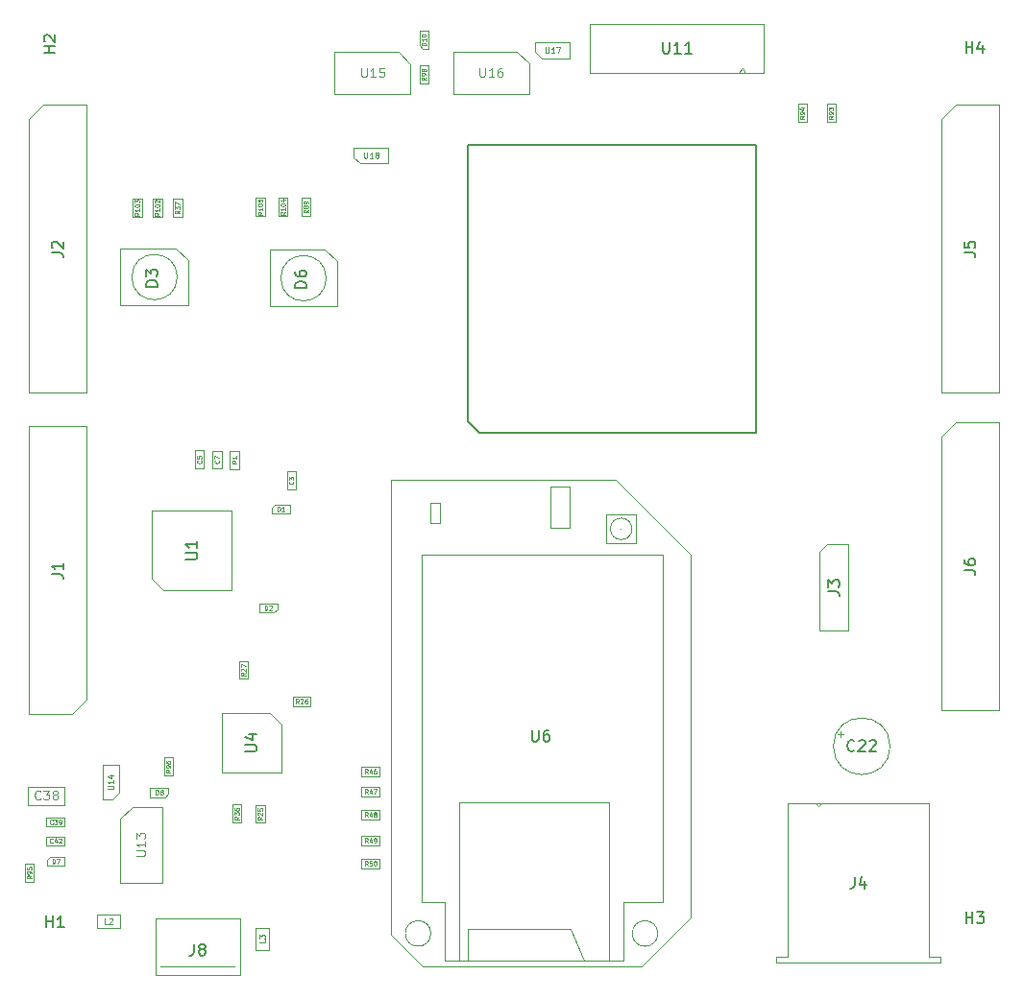
<source format=gbr>
G04 #@! TF.GenerationSoftware,KiCad,Pcbnew,5.1.5-52549c5~86~ubuntu18.04.1*
G04 #@! TF.CreationDate,2020-05-25T12:27:11-05:00*
G04 #@! TF.ProjectId,AICE,41494345-2e6b-4696-9361-645f70636258,rev?*
G04 #@! TF.SameCoordinates,Original*
G04 #@! TF.FileFunction,Other,Fab,Top*
%FSLAX46Y46*%
G04 Gerber Fmt 4.6, Leading zero omitted, Abs format (unit mm)*
G04 Created by KiCad (PCBNEW 5.1.5-52549c5~86~ubuntu18.04.1) date 2020-05-25 12:27:11*
%MOMM*%
%LPD*%
G04 APERTURE LIST*
%ADD10C,0.100000*%
%ADD11C,0.150000*%
%ADD12C,0.075000*%
%ADD13C,0.060000*%
%ADD14C,0.080000*%
%ADD15C,0.120000*%
G04 APERTURE END LIST*
D10*
X106816395Y-127962500D02*
X106816395Y-128462500D01*
X106566395Y-128212500D02*
X107066395Y-128212500D01*
X111200000Y-129300000D02*
G75*
G03X111200000Y-129300000I-2500000J0D01*
G01*
X43210000Y-130930000D02*
X41810000Y-130930000D01*
X41810000Y-133970000D02*
X41810000Y-130930000D01*
X43210000Y-133400000D02*
X42660000Y-133970000D01*
X42660000Y-133970000D02*
X41810000Y-133970000D01*
X43210000Y-133400000D02*
X43210000Y-130950000D01*
X98170000Y-69460000D02*
X97870000Y-69860000D01*
X98470000Y-69860000D02*
X98170000Y-69460000D01*
X100070000Y-69860000D02*
X100070000Y-65560000D01*
X84770000Y-69860000D02*
X84770000Y-65560000D01*
X100070000Y-65560000D02*
X84770000Y-65560000D01*
X100070000Y-69860000D02*
X84770000Y-69860000D01*
X56108000Y-80934000D02*
X56108000Y-82534000D01*
X55308000Y-80934000D02*
X56108000Y-80934000D01*
X55308000Y-82534000D02*
X55308000Y-80934000D01*
X56108000Y-82534000D02*
X55308000Y-82534000D01*
X58098000Y-80919000D02*
X58098000Y-82519000D01*
X57298000Y-80919000D02*
X58098000Y-80919000D01*
X57298000Y-82519000D02*
X57298000Y-80919000D01*
X58098000Y-82519000D02*
X57298000Y-82519000D01*
X45244000Y-81008000D02*
X45244000Y-82608000D01*
X44444000Y-81008000D02*
X45244000Y-81008000D01*
X44444000Y-82608000D02*
X44444000Y-81008000D01*
X45244000Y-82608000D02*
X44444000Y-82608000D01*
X47022000Y-81008000D02*
X47022000Y-82608000D01*
X46222000Y-81008000D02*
X47022000Y-81008000D01*
X46222000Y-82608000D02*
X46222000Y-81008000D01*
X47022000Y-82608000D02*
X46222000Y-82608000D01*
X69722200Y-70841900D02*
X69722200Y-69241900D01*
X70522200Y-70841900D02*
X69722200Y-70841900D01*
X70522200Y-69241900D02*
X70522200Y-70841900D01*
X69722200Y-69241900D02*
X70522200Y-69241900D01*
X47990000Y-130302500D02*
X47990000Y-131902500D01*
X47190000Y-130302500D02*
X47990000Y-130302500D01*
X47190000Y-131902500D02*
X47190000Y-130302500D01*
X47990000Y-131902500D02*
X47190000Y-131902500D01*
X103071980Y-74239020D02*
X103071980Y-72639020D01*
X103871980Y-74239020D02*
X103071980Y-74239020D01*
X103871980Y-72639020D02*
X103871980Y-74239020D01*
X103071980Y-72639020D02*
X103871980Y-72639020D01*
X105611980Y-74239020D02*
X105611980Y-72639020D01*
X106411980Y-74239020D02*
X105611980Y-74239020D01*
X106411980Y-72639020D02*
X106411980Y-74239020D01*
X105611980Y-72639020D02*
X106411980Y-72639020D01*
X60128000Y-80919000D02*
X60128000Y-82519000D01*
X59328000Y-80919000D02*
X60128000Y-80919000D01*
X59328000Y-82519000D02*
X59328000Y-80919000D01*
X60128000Y-82519000D02*
X59328000Y-82519000D01*
X64615240Y-139261380D02*
X66215240Y-139261380D01*
X64615240Y-140061380D02*
X64615240Y-139261380D01*
X66215240Y-140061380D02*
X64615240Y-140061380D01*
X66215240Y-139261380D02*
X66215240Y-140061380D01*
X64615240Y-137229380D02*
X66215240Y-137229380D01*
X64615240Y-138029380D02*
X64615240Y-137229380D01*
X66215240Y-138029380D02*
X64615240Y-138029380D01*
X66215240Y-137229380D02*
X66215240Y-138029380D01*
X64615240Y-134943380D02*
X66215240Y-134943380D01*
X64615240Y-135743380D02*
X64615240Y-134943380D01*
X66215240Y-135743380D02*
X64615240Y-135743380D01*
X66215240Y-134943380D02*
X66215240Y-135743380D01*
X64615240Y-132911380D02*
X66215240Y-132911380D01*
X64615240Y-133711380D02*
X64615240Y-132911380D01*
X66215240Y-133711380D02*
X64615240Y-133711380D01*
X66215240Y-132911380D02*
X66215240Y-133711380D01*
X64615240Y-131133380D02*
X66215240Y-131133380D01*
X64615240Y-131933380D02*
X64615240Y-131133380D01*
X66215240Y-131933380D02*
X64615240Y-131933380D01*
X66215240Y-131133380D02*
X66215240Y-131933380D01*
X48800000Y-81008000D02*
X48800000Y-82608000D01*
X48000000Y-81008000D02*
X48800000Y-81008000D01*
X48000000Y-82608000D02*
X48000000Y-81008000D01*
X48800000Y-82608000D02*
X48000000Y-82608000D01*
X53232000Y-136054000D02*
X53232000Y-134454000D01*
X54032000Y-136054000D02*
X53232000Y-136054000D01*
X54032000Y-134454000D02*
X54032000Y-136054000D01*
X53232000Y-134454000D02*
X54032000Y-134454000D01*
X54602000Y-121764000D02*
X54602000Y-123364000D01*
X53802000Y-121764000D02*
X54602000Y-121764000D01*
X53802000Y-123364000D02*
X53802000Y-121764000D01*
X54602000Y-123364000D02*
X53802000Y-123364000D01*
X58536940Y-124951540D02*
X60136940Y-124951540D01*
X58536940Y-125751540D02*
X58536940Y-124951540D01*
X60136940Y-125751540D02*
X58536940Y-125751540D01*
X60136940Y-124951540D02*
X60136940Y-125751540D01*
X55294000Y-136064000D02*
X55294000Y-134464000D01*
X56094000Y-136064000D02*
X55294000Y-136064000D01*
X56094000Y-134464000D02*
X56094000Y-136064000D01*
X55294000Y-134464000D02*
X56094000Y-134464000D01*
X53020000Y-104830000D02*
X53020000Y-103230000D01*
X53820000Y-104830000D02*
X53020000Y-104830000D01*
X53820000Y-103230000D02*
X53820000Y-104830000D01*
X53020000Y-103230000D02*
X53820000Y-103230000D01*
X56480000Y-145300000D02*
X56480000Y-147300000D01*
X55280000Y-145300000D02*
X56480000Y-145300000D01*
X55280000Y-147300000D02*
X55280000Y-145300000D01*
X56480000Y-147300000D02*
X55280000Y-147300000D01*
X41320000Y-144140000D02*
X43320000Y-144140000D01*
X41320000Y-145340000D02*
X41320000Y-144140000D01*
X43320000Y-145340000D02*
X41320000Y-145340000D01*
X43320000Y-144140000D02*
X43320000Y-145340000D01*
X70529400Y-66174720D02*
X69729400Y-66174720D01*
X70529400Y-67774720D02*
X70529400Y-66174720D01*
X70029400Y-67774720D02*
X70529400Y-67774720D01*
X69729400Y-67474720D02*
X70029400Y-67774720D01*
X69729400Y-66174720D02*
X69729400Y-67474720D01*
X45997500Y-132990000D02*
X45997500Y-133790000D01*
X47597500Y-132990000D02*
X45997500Y-132990000D01*
X47597500Y-133490000D02*
X47597500Y-132990000D01*
X47297500Y-133790000D02*
X47597500Y-133490000D01*
X45997500Y-133790000D02*
X47297500Y-133790000D01*
X55588000Y-116694000D02*
X55588000Y-117494000D01*
X57188000Y-116694000D02*
X55588000Y-116694000D01*
X57188000Y-117194000D02*
X57188000Y-116694000D01*
X56888000Y-117494000D02*
X57188000Y-117194000D01*
X55588000Y-117494000D02*
X56888000Y-117494000D01*
X58302000Y-108776000D02*
X58302000Y-107976000D01*
X56702000Y-108776000D02*
X58302000Y-108776000D01*
X56702000Y-108276000D02*
X56702000Y-108776000D01*
X57002000Y-107976000D02*
X56702000Y-108276000D01*
X58302000Y-107976000D02*
X57002000Y-107976000D01*
X36850000Y-137250000D02*
X38450000Y-137250000D01*
X36850000Y-138050000D02*
X36850000Y-137250000D01*
X38450000Y-138050000D02*
X36850000Y-138050000D01*
X38450000Y-137250000D02*
X38450000Y-138050000D01*
X36850000Y-135600000D02*
X38450000Y-135600000D01*
X36850000Y-136400000D02*
X36850000Y-135600000D01*
X38450000Y-136400000D02*
X36850000Y-136400000D01*
X38450000Y-135600000D02*
X38450000Y-136400000D01*
X35227500Y-132860000D02*
X38427500Y-132860000D01*
X35227500Y-134460000D02*
X35227500Y-132860000D01*
X38427500Y-134460000D02*
X35227500Y-134460000D01*
X38427500Y-132860000D02*
X38427500Y-134460000D01*
X52290000Y-103215000D02*
X52290000Y-104815000D01*
X51490000Y-103215000D02*
X52290000Y-103215000D01*
X51490000Y-104815000D02*
X51490000Y-103215000D01*
X52290000Y-104815000D02*
X51490000Y-104815000D01*
X50740000Y-103210000D02*
X50740000Y-104810000D01*
X49940000Y-103210000D02*
X50740000Y-103210000D01*
X49940000Y-104810000D02*
X49940000Y-103210000D01*
X50740000Y-104810000D02*
X49940000Y-104810000D01*
X58832000Y-105061000D02*
X58832000Y-106661000D01*
X58032000Y-105061000D02*
X58832000Y-105061000D01*
X58032000Y-106661000D02*
X58032000Y-105061000D01*
X58832000Y-106661000D02*
X58032000Y-106661000D01*
X48368000Y-87904000D02*
G75*
G03X48368000Y-87904000I-2000000J0D01*
G01*
X43368000Y-85404000D02*
X48268000Y-85404000D01*
X43368000Y-90404000D02*
X43368000Y-85404000D01*
X49368000Y-90404000D02*
X43368000Y-90404000D01*
X49368000Y-86404000D02*
X49368000Y-90404000D01*
X48268000Y-85404000D02*
X49368000Y-86404000D01*
X61400000Y-85500000D02*
X62500000Y-86500000D01*
X62500000Y-86500000D02*
X62500000Y-90500000D01*
X62500000Y-90500000D02*
X56500000Y-90500000D01*
X56500000Y-90500000D02*
X56500000Y-85500000D01*
X56500000Y-85500000D02*
X61400000Y-85500000D01*
X61500000Y-88000000D02*
G75*
G03X61500000Y-88000000I-2000000J0D01*
G01*
X40386000Y-125222000D02*
X39116000Y-126492000D01*
X40386000Y-101092000D02*
X40386000Y-125222000D01*
X35306000Y-101092000D02*
X40386000Y-101092000D01*
X35306000Y-126492000D02*
X35306000Y-101092000D01*
X39116000Y-126492000D02*
X35306000Y-126492000D01*
X36576000Y-72730000D02*
X40386000Y-72730000D01*
X40386000Y-72730000D02*
X40386000Y-98130000D01*
X40386000Y-98130000D02*
X35306000Y-98130000D01*
X35306000Y-98130000D02*
X35306000Y-74000000D01*
X35306000Y-74000000D02*
X36576000Y-72730000D01*
X105010000Y-112125000D02*
X105645000Y-111490000D01*
X105010000Y-119110000D02*
X105010000Y-112125000D01*
X107550000Y-119110000D02*
X105010000Y-119110000D01*
X107550000Y-111490000D02*
X107550000Y-119110000D01*
X105645000Y-111490000D02*
X107550000Y-111490000D01*
X115650000Y-147870000D02*
X115650000Y-148370000D01*
X114650000Y-147870000D02*
X115650000Y-147870000D01*
X101150000Y-147870000D02*
X102150000Y-147870000D01*
X101150000Y-148370000D02*
X101150000Y-147870000D01*
X101150000Y-148370000D02*
X115650000Y-148370000D01*
X102150000Y-147870000D02*
X102150000Y-134370000D01*
X102150000Y-134370000D02*
X114650000Y-134370000D01*
X114650000Y-147870000D02*
X114650000Y-134370000D01*
X104650000Y-134370000D02*
X104900000Y-134620000D01*
X104900000Y-134620000D02*
X105150000Y-134370000D01*
X53930000Y-149450000D02*
X46430000Y-149450000D01*
X53930000Y-144450000D02*
X53930000Y-149450000D01*
X46430000Y-144450000D02*
X53930000Y-144450000D01*
X46430000Y-149450000D02*
X46430000Y-144450000D01*
X46930000Y-148750000D02*
X53430000Y-148750000D01*
X47164000Y-115530000D02*
X46164000Y-114530000D01*
X53164000Y-115530000D02*
X47164000Y-115530000D01*
X53164000Y-108530000D02*
X53164000Y-115530000D01*
X46164000Y-108530000D02*
X53164000Y-108530000D01*
X46164000Y-114530000D02*
X46164000Y-108530000D01*
X57543000Y-127371000D02*
X57543000Y-131601000D01*
X57543000Y-131601000D02*
X52313000Y-131601000D01*
X52313000Y-131601000D02*
X52313000Y-126371000D01*
X52313000Y-126371000D02*
X56543000Y-126371000D01*
X56543000Y-126371000D02*
X57543000Y-127371000D01*
X84201240Y-148219380D02*
X86401240Y-148219380D01*
X83001240Y-145419380D02*
X84201240Y-148219380D01*
X74001240Y-145419380D02*
X83001240Y-145419380D01*
X74001240Y-148219380D02*
X74001240Y-145419380D01*
X73201240Y-148219380D02*
X74001240Y-148219380D01*
X86401240Y-134219380D02*
X86401240Y-148219380D01*
X73201240Y-134219380D02*
X73201240Y-148219380D01*
X73201240Y-134219380D02*
X86401240Y-134219380D01*
X87551240Y-110119380D02*
G75*
G03X87551240Y-110119380I-50000J0D01*
G01*
X88451240Y-110119380D02*
G75*
G03X88451240Y-110119380I-950000J0D01*
G01*
X71526240Y-109569380D02*
X71526240Y-107869380D01*
X70676240Y-109569380D02*
X71526240Y-109569380D01*
X70676240Y-107869380D02*
X70676240Y-109569380D01*
X71526240Y-107869380D02*
X70676240Y-107869380D01*
X82976240Y-110069380D02*
X82976240Y-106369380D01*
X81226240Y-110069380D02*
X82976240Y-110069380D01*
X81226240Y-106369380D02*
X81226240Y-110069380D01*
X82976240Y-106369380D02*
X81226240Y-106369380D01*
X88801240Y-111419380D02*
X88801240Y-108819380D01*
X86201240Y-111419380D02*
X88801240Y-111419380D01*
X86201240Y-108819380D02*
X86201240Y-111419380D01*
X88801240Y-108819380D02*
X86201240Y-108819380D01*
X87701240Y-143019380D02*
X91201240Y-143019380D01*
X87701240Y-148219380D02*
X87701240Y-143019380D01*
X71951240Y-148219380D02*
X87701240Y-148219380D01*
X71951240Y-143019380D02*
X71951240Y-148219380D01*
X69951240Y-143019380D02*
X71951240Y-143019380D01*
X91201240Y-112419380D02*
X91201240Y-143019380D01*
X91201240Y-112419380D02*
X69951240Y-112419380D01*
X69951240Y-143019380D02*
X69951240Y-112419380D01*
X90726240Y-145819380D02*
G75*
G03X90726240Y-145819380I-1125000J0D01*
G01*
X70726240Y-145819380D02*
G75*
G03X70726240Y-145819380I-1125000J0D01*
G01*
X67201240Y-145919380D02*
X70001240Y-148719380D01*
X93601240Y-144419380D02*
X89301240Y-148719380D01*
X87001240Y-105819380D02*
X93601240Y-112419380D01*
X87001240Y-105819380D02*
X67201240Y-105819380D01*
X93601240Y-144419380D02*
X93601240Y-112419380D01*
X70001240Y-148719380D02*
X89301240Y-148719380D01*
X67201240Y-105819380D02*
X67201240Y-145919380D01*
D11*
X73992360Y-100604940D02*
X74992360Y-101604940D01*
X74992360Y-101604940D02*
X99392360Y-101604940D01*
X99392360Y-101604940D02*
X99392360Y-76204940D01*
X99392360Y-76204940D02*
X73992360Y-76204940D01*
X73992360Y-76204940D02*
X73992360Y-100604940D01*
D10*
X47050000Y-134630000D02*
X47050000Y-141330000D01*
X43350000Y-141330000D02*
X47050000Y-141330000D01*
X44400000Y-134630000D02*
X47050000Y-134630000D01*
X43350000Y-135680000D02*
X43350000Y-141330000D01*
X43350000Y-135680000D02*
X44400000Y-134630000D01*
X68934820Y-71756120D02*
X62234820Y-71756120D01*
X62234820Y-68056120D02*
X62234820Y-71756120D01*
X68934820Y-69106120D02*
X68934820Y-71756120D01*
X67884820Y-68056120D02*
X62234820Y-68056120D01*
X67884820Y-68056120D02*
X68934820Y-69106120D01*
X78324460Y-68028180D02*
X79374460Y-69078180D01*
X78324460Y-68028180D02*
X72674460Y-68028180D01*
X79374460Y-69078180D02*
X79374460Y-71728180D01*
X72674460Y-68028180D02*
X72674460Y-71728180D01*
X79374460Y-71728180D02*
X72674460Y-71728180D01*
X80513180Y-68612100D02*
X82963180Y-68612100D01*
X79943180Y-68062100D02*
X79943180Y-67212100D01*
X80513180Y-68612100D02*
X79943180Y-68062100D01*
X79943180Y-67212100D02*
X82983180Y-67212100D01*
X82983180Y-68612100D02*
X82983180Y-67212100D01*
X66984760Y-77885780D02*
X66984760Y-76485780D01*
X63944760Y-76485780D02*
X66984760Y-76485780D01*
X64514760Y-77885780D02*
X63944760Y-77335780D01*
X63944760Y-77335780D02*
X63944760Y-76485780D01*
X64514760Y-77885780D02*
X66964760Y-77885780D01*
X115730000Y-74000000D02*
X117000000Y-72730000D01*
X115730000Y-98130000D02*
X115730000Y-74000000D01*
X120810000Y-98130000D02*
X115730000Y-98130000D01*
X120810000Y-72730000D02*
X120810000Y-98130000D01*
X117000000Y-72730000D02*
X120810000Y-72730000D01*
X115730000Y-102000000D02*
X117000000Y-100730000D01*
X115730000Y-126130000D02*
X115730000Y-102000000D01*
X120810000Y-126130000D02*
X115730000Y-126130000D01*
X120810000Y-100730000D02*
X120810000Y-126130000D01*
X117000000Y-100730000D02*
X120810000Y-100730000D01*
X38462500Y-139050000D02*
X37162500Y-139050000D01*
X37162500Y-139050000D02*
X36862500Y-139350000D01*
X36862500Y-139350000D02*
X36862500Y-139850000D01*
X36862500Y-139850000D02*
X38462500Y-139850000D01*
X38462500Y-139850000D02*
X38462500Y-139050000D01*
X34950000Y-141250000D02*
X34950000Y-139650000D01*
X35750000Y-141250000D02*
X34950000Y-141250000D01*
X35750000Y-139650000D02*
X35750000Y-141250000D01*
X34950000Y-139650000D02*
X35750000Y-139650000D01*
D11*
X108057142Y-129657142D02*
X108009523Y-129704761D01*
X107866666Y-129752380D01*
X107771428Y-129752380D01*
X107628571Y-129704761D01*
X107533333Y-129609523D01*
X107485714Y-129514285D01*
X107438095Y-129323809D01*
X107438095Y-129180952D01*
X107485714Y-128990476D01*
X107533333Y-128895238D01*
X107628571Y-128800000D01*
X107771428Y-128752380D01*
X107866666Y-128752380D01*
X108009523Y-128800000D01*
X108057142Y-128847619D01*
X108438095Y-128847619D02*
X108485714Y-128800000D01*
X108580952Y-128752380D01*
X108819047Y-128752380D01*
X108914285Y-128800000D01*
X108961904Y-128847619D01*
X109009523Y-128942857D01*
X109009523Y-129038095D01*
X108961904Y-129180952D01*
X108390476Y-129752380D01*
X109009523Y-129752380D01*
X109390476Y-128847619D02*
X109438095Y-128800000D01*
X109533333Y-128752380D01*
X109771428Y-128752380D01*
X109866666Y-128800000D01*
X109914285Y-128847619D01*
X109961904Y-128942857D01*
X109961904Y-129038095D01*
X109914285Y-129180952D01*
X109342857Y-129752380D01*
X109961904Y-129752380D01*
D12*
X42236190Y-133069047D02*
X42640952Y-133069047D01*
X42688571Y-133045238D01*
X42712380Y-133021428D01*
X42736190Y-132973809D01*
X42736190Y-132878571D01*
X42712380Y-132830952D01*
X42688571Y-132807142D01*
X42640952Y-132783333D01*
X42236190Y-132783333D01*
X42736190Y-132283333D02*
X42736190Y-132569047D01*
X42736190Y-132426190D02*
X42236190Y-132426190D01*
X42307619Y-132473809D01*
X42355238Y-132521428D01*
X42379047Y-132569047D01*
X42402857Y-131854761D02*
X42736190Y-131854761D01*
X42212380Y-131973809D02*
X42569523Y-132092857D01*
X42569523Y-131783333D01*
D11*
X91181904Y-67162380D02*
X91181904Y-67971904D01*
X91229523Y-68067142D01*
X91277142Y-68114761D01*
X91372380Y-68162380D01*
X91562857Y-68162380D01*
X91658095Y-68114761D01*
X91705714Y-68067142D01*
X91753333Y-67971904D01*
X91753333Y-67162380D01*
X92753333Y-68162380D02*
X92181904Y-68162380D01*
X92467619Y-68162380D02*
X92467619Y-67162380D01*
X92372380Y-67305238D01*
X92277142Y-67400476D01*
X92181904Y-67448095D01*
X93705714Y-68162380D02*
X93134285Y-68162380D01*
X93420000Y-68162380D02*
X93420000Y-67162380D01*
X93324761Y-67305238D01*
X93229523Y-67400476D01*
X93134285Y-67448095D01*
D13*
X55888952Y-82181619D02*
X55698476Y-82314952D01*
X55888952Y-82410190D02*
X55488952Y-82410190D01*
X55488952Y-82257809D01*
X55508000Y-82219714D01*
X55527047Y-82200666D01*
X55565142Y-82181619D01*
X55622285Y-82181619D01*
X55660380Y-82200666D01*
X55679428Y-82219714D01*
X55698476Y-82257809D01*
X55698476Y-82410190D01*
X55888952Y-81800666D02*
X55888952Y-82029238D01*
X55888952Y-81914952D02*
X55488952Y-81914952D01*
X55546095Y-81953047D01*
X55584190Y-81991142D01*
X55603238Y-82029238D01*
X55488952Y-81553047D02*
X55488952Y-81514952D01*
X55508000Y-81476857D01*
X55527047Y-81457809D01*
X55565142Y-81438761D01*
X55641333Y-81419714D01*
X55736571Y-81419714D01*
X55812761Y-81438761D01*
X55850857Y-81457809D01*
X55869904Y-81476857D01*
X55888952Y-81514952D01*
X55888952Y-81553047D01*
X55869904Y-81591142D01*
X55850857Y-81610190D01*
X55812761Y-81629238D01*
X55736571Y-81648285D01*
X55641333Y-81648285D01*
X55565142Y-81629238D01*
X55527047Y-81610190D01*
X55508000Y-81591142D01*
X55488952Y-81553047D01*
X55488952Y-81057809D02*
X55488952Y-81248285D01*
X55679428Y-81267333D01*
X55660380Y-81248285D01*
X55641333Y-81210190D01*
X55641333Y-81114952D01*
X55660380Y-81076857D01*
X55679428Y-81057809D01*
X55717523Y-81038761D01*
X55812761Y-81038761D01*
X55850857Y-81057809D01*
X55869904Y-81076857D01*
X55888952Y-81114952D01*
X55888952Y-81210190D01*
X55869904Y-81248285D01*
X55850857Y-81267333D01*
X57878952Y-82166619D02*
X57688476Y-82299952D01*
X57878952Y-82395190D02*
X57478952Y-82395190D01*
X57478952Y-82242809D01*
X57498000Y-82204714D01*
X57517047Y-82185666D01*
X57555142Y-82166619D01*
X57612285Y-82166619D01*
X57650380Y-82185666D01*
X57669428Y-82204714D01*
X57688476Y-82242809D01*
X57688476Y-82395190D01*
X57878952Y-81785666D02*
X57878952Y-82014238D01*
X57878952Y-81899952D02*
X57478952Y-81899952D01*
X57536095Y-81938047D01*
X57574190Y-81976142D01*
X57593238Y-82014238D01*
X57478952Y-81538047D02*
X57478952Y-81499952D01*
X57498000Y-81461857D01*
X57517047Y-81442809D01*
X57555142Y-81423761D01*
X57631333Y-81404714D01*
X57726571Y-81404714D01*
X57802761Y-81423761D01*
X57840857Y-81442809D01*
X57859904Y-81461857D01*
X57878952Y-81499952D01*
X57878952Y-81538047D01*
X57859904Y-81576142D01*
X57840857Y-81595190D01*
X57802761Y-81614238D01*
X57726571Y-81633285D01*
X57631333Y-81633285D01*
X57555142Y-81614238D01*
X57517047Y-81595190D01*
X57498000Y-81576142D01*
X57478952Y-81538047D01*
X57612285Y-81061857D02*
X57878952Y-81061857D01*
X57459904Y-81157095D02*
X57745619Y-81252333D01*
X57745619Y-81004714D01*
X45024952Y-82255619D02*
X44834476Y-82388952D01*
X45024952Y-82484190D02*
X44624952Y-82484190D01*
X44624952Y-82331809D01*
X44644000Y-82293714D01*
X44663047Y-82274666D01*
X44701142Y-82255619D01*
X44758285Y-82255619D01*
X44796380Y-82274666D01*
X44815428Y-82293714D01*
X44834476Y-82331809D01*
X44834476Y-82484190D01*
X45024952Y-81874666D02*
X45024952Y-82103238D01*
X45024952Y-81988952D02*
X44624952Y-81988952D01*
X44682095Y-82027047D01*
X44720190Y-82065142D01*
X44739238Y-82103238D01*
X44624952Y-81627047D02*
X44624952Y-81588952D01*
X44644000Y-81550857D01*
X44663047Y-81531809D01*
X44701142Y-81512761D01*
X44777333Y-81493714D01*
X44872571Y-81493714D01*
X44948761Y-81512761D01*
X44986857Y-81531809D01*
X45005904Y-81550857D01*
X45024952Y-81588952D01*
X45024952Y-81627047D01*
X45005904Y-81665142D01*
X44986857Y-81684190D01*
X44948761Y-81703238D01*
X44872571Y-81722285D01*
X44777333Y-81722285D01*
X44701142Y-81703238D01*
X44663047Y-81684190D01*
X44644000Y-81665142D01*
X44624952Y-81627047D01*
X44624952Y-81360380D02*
X44624952Y-81112761D01*
X44777333Y-81246095D01*
X44777333Y-81188952D01*
X44796380Y-81150857D01*
X44815428Y-81131809D01*
X44853523Y-81112761D01*
X44948761Y-81112761D01*
X44986857Y-81131809D01*
X45005904Y-81150857D01*
X45024952Y-81188952D01*
X45024952Y-81303238D01*
X45005904Y-81341333D01*
X44986857Y-81360380D01*
X46802952Y-82255619D02*
X46612476Y-82388952D01*
X46802952Y-82484190D02*
X46402952Y-82484190D01*
X46402952Y-82331809D01*
X46422000Y-82293714D01*
X46441047Y-82274666D01*
X46479142Y-82255619D01*
X46536285Y-82255619D01*
X46574380Y-82274666D01*
X46593428Y-82293714D01*
X46612476Y-82331809D01*
X46612476Y-82484190D01*
X46802952Y-81874666D02*
X46802952Y-82103238D01*
X46802952Y-81988952D02*
X46402952Y-81988952D01*
X46460095Y-82027047D01*
X46498190Y-82065142D01*
X46517238Y-82103238D01*
X46402952Y-81627047D02*
X46402952Y-81588952D01*
X46422000Y-81550857D01*
X46441047Y-81531809D01*
X46479142Y-81512761D01*
X46555333Y-81493714D01*
X46650571Y-81493714D01*
X46726761Y-81512761D01*
X46764857Y-81531809D01*
X46783904Y-81550857D01*
X46802952Y-81588952D01*
X46802952Y-81627047D01*
X46783904Y-81665142D01*
X46764857Y-81684190D01*
X46726761Y-81703238D01*
X46650571Y-81722285D01*
X46555333Y-81722285D01*
X46479142Y-81703238D01*
X46441047Y-81684190D01*
X46422000Y-81665142D01*
X46402952Y-81627047D01*
X46441047Y-81341333D02*
X46422000Y-81322285D01*
X46402952Y-81284190D01*
X46402952Y-81188952D01*
X46422000Y-81150857D01*
X46441047Y-81131809D01*
X46479142Y-81112761D01*
X46517238Y-81112761D01*
X46574380Y-81131809D01*
X46802952Y-81360380D01*
X46802952Y-81112761D01*
X70303152Y-70299042D02*
X70112676Y-70432376D01*
X70303152Y-70527614D02*
X69903152Y-70527614D01*
X69903152Y-70375233D01*
X69922200Y-70337138D01*
X69941247Y-70318090D01*
X69979342Y-70299042D01*
X70036485Y-70299042D01*
X70074580Y-70318090D01*
X70093628Y-70337138D01*
X70112676Y-70375233D01*
X70112676Y-70527614D01*
X70303152Y-70108566D02*
X70303152Y-70032376D01*
X70284104Y-69994280D01*
X70265057Y-69975233D01*
X70207914Y-69937138D01*
X70131723Y-69918090D01*
X69979342Y-69918090D01*
X69941247Y-69937138D01*
X69922200Y-69956185D01*
X69903152Y-69994280D01*
X69903152Y-70070471D01*
X69922200Y-70108566D01*
X69941247Y-70127614D01*
X69979342Y-70146661D01*
X70074580Y-70146661D01*
X70112676Y-70127614D01*
X70131723Y-70108566D01*
X70150771Y-70070471D01*
X70150771Y-69994280D01*
X70131723Y-69956185D01*
X70112676Y-69937138D01*
X70074580Y-69918090D01*
X70074580Y-69689519D02*
X70055533Y-69727614D01*
X70036485Y-69746661D01*
X69998390Y-69765709D01*
X69979342Y-69765709D01*
X69941247Y-69746661D01*
X69922200Y-69727614D01*
X69903152Y-69689519D01*
X69903152Y-69613328D01*
X69922200Y-69575233D01*
X69941247Y-69556185D01*
X69979342Y-69537138D01*
X69998390Y-69537138D01*
X70036485Y-69556185D01*
X70055533Y-69575233D01*
X70074580Y-69613328D01*
X70074580Y-69689519D01*
X70093628Y-69727614D01*
X70112676Y-69746661D01*
X70150771Y-69765709D01*
X70226961Y-69765709D01*
X70265057Y-69746661D01*
X70284104Y-69727614D01*
X70303152Y-69689519D01*
X70303152Y-69613328D01*
X70284104Y-69575233D01*
X70265057Y-69556185D01*
X70226961Y-69537138D01*
X70150771Y-69537138D01*
X70112676Y-69556185D01*
X70093628Y-69575233D01*
X70074580Y-69613328D01*
X47770952Y-131359642D02*
X47580476Y-131492976D01*
X47770952Y-131588214D02*
X47370952Y-131588214D01*
X47370952Y-131435833D01*
X47390000Y-131397738D01*
X47409047Y-131378690D01*
X47447142Y-131359642D01*
X47504285Y-131359642D01*
X47542380Y-131378690D01*
X47561428Y-131397738D01*
X47580476Y-131435833D01*
X47580476Y-131588214D01*
X47770952Y-131169166D02*
X47770952Y-131092976D01*
X47751904Y-131054880D01*
X47732857Y-131035833D01*
X47675714Y-130997738D01*
X47599523Y-130978690D01*
X47447142Y-130978690D01*
X47409047Y-130997738D01*
X47390000Y-131016785D01*
X47370952Y-131054880D01*
X47370952Y-131131071D01*
X47390000Y-131169166D01*
X47409047Y-131188214D01*
X47447142Y-131207261D01*
X47542380Y-131207261D01*
X47580476Y-131188214D01*
X47599523Y-131169166D01*
X47618571Y-131131071D01*
X47618571Y-131054880D01*
X47599523Y-131016785D01*
X47580476Y-130997738D01*
X47542380Y-130978690D01*
X47370952Y-130635833D02*
X47370952Y-130712023D01*
X47390000Y-130750119D01*
X47409047Y-130769166D01*
X47466190Y-130807261D01*
X47542380Y-130826309D01*
X47694761Y-130826309D01*
X47732857Y-130807261D01*
X47751904Y-130788214D01*
X47770952Y-130750119D01*
X47770952Y-130673928D01*
X47751904Y-130635833D01*
X47732857Y-130616785D01*
X47694761Y-130597738D01*
X47599523Y-130597738D01*
X47561428Y-130616785D01*
X47542380Y-130635833D01*
X47523333Y-130673928D01*
X47523333Y-130750119D01*
X47542380Y-130788214D01*
X47561428Y-130807261D01*
X47599523Y-130826309D01*
X103652932Y-73696162D02*
X103462456Y-73829496D01*
X103652932Y-73924734D02*
X103252932Y-73924734D01*
X103252932Y-73772353D01*
X103271980Y-73734258D01*
X103291027Y-73715210D01*
X103329122Y-73696162D01*
X103386265Y-73696162D01*
X103424360Y-73715210D01*
X103443408Y-73734258D01*
X103462456Y-73772353D01*
X103462456Y-73924734D01*
X103652932Y-73505686D02*
X103652932Y-73429496D01*
X103633884Y-73391400D01*
X103614837Y-73372353D01*
X103557694Y-73334258D01*
X103481503Y-73315210D01*
X103329122Y-73315210D01*
X103291027Y-73334258D01*
X103271980Y-73353305D01*
X103252932Y-73391400D01*
X103252932Y-73467591D01*
X103271980Y-73505686D01*
X103291027Y-73524734D01*
X103329122Y-73543781D01*
X103424360Y-73543781D01*
X103462456Y-73524734D01*
X103481503Y-73505686D01*
X103500551Y-73467591D01*
X103500551Y-73391400D01*
X103481503Y-73353305D01*
X103462456Y-73334258D01*
X103424360Y-73315210D01*
X103386265Y-72972353D02*
X103652932Y-72972353D01*
X103233884Y-73067591D02*
X103519599Y-73162829D01*
X103519599Y-72915210D01*
X106192932Y-73696162D02*
X106002456Y-73829496D01*
X106192932Y-73924734D02*
X105792932Y-73924734D01*
X105792932Y-73772353D01*
X105811980Y-73734258D01*
X105831027Y-73715210D01*
X105869122Y-73696162D01*
X105926265Y-73696162D01*
X105964360Y-73715210D01*
X105983408Y-73734258D01*
X106002456Y-73772353D01*
X106002456Y-73924734D01*
X106192932Y-73505686D02*
X106192932Y-73429496D01*
X106173884Y-73391400D01*
X106154837Y-73372353D01*
X106097694Y-73334258D01*
X106021503Y-73315210D01*
X105869122Y-73315210D01*
X105831027Y-73334258D01*
X105811980Y-73353305D01*
X105792932Y-73391400D01*
X105792932Y-73467591D01*
X105811980Y-73505686D01*
X105831027Y-73524734D01*
X105869122Y-73543781D01*
X105964360Y-73543781D01*
X106002456Y-73524734D01*
X106021503Y-73505686D01*
X106040551Y-73467591D01*
X106040551Y-73391400D01*
X106021503Y-73353305D01*
X106002456Y-73334258D01*
X105964360Y-73315210D01*
X105792932Y-73181877D02*
X105792932Y-72934258D01*
X105945313Y-73067591D01*
X105945313Y-73010448D01*
X105964360Y-72972353D01*
X105983408Y-72953305D01*
X106021503Y-72934258D01*
X106116741Y-72934258D01*
X106154837Y-72953305D01*
X106173884Y-72972353D01*
X106192932Y-73010448D01*
X106192932Y-73124734D01*
X106173884Y-73162829D01*
X106154837Y-73181877D01*
X59908952Y-81976142D02*
X59718476Y-82109476D01*
X59908952Y-82204714D02*
X59508952Y-82204714D01*
X59508952Y-82052333D01*
X59528000Y-82014238D01*
X59547047Y-81995190D01*
X59585142Y-81976142D01*
X59642285Y-81976142D01*
X59680380Y-81995190D01*
X59699428Y-82014238D01*
X59718476Y-82052333D01*
X59718476Y-82204714D01*
X59680380Y-81747571D02*
X59661333Y-81785666D01*
X59642285Y-81804714D01*
X59604190Y-81823761D01*
X59585142Y-81823761D01*
X59547047Y-81804714D01*
X59528000Y-81785666D01*
X59508952Y-81747571D01*
X59508952Y-81671380D01*
X59528000Y-81633285D01*
X59547047Y-81614238D01*
X59585142Y-81595190D01*
X59604190Y-81595190D01*
X59642285Y-81614238D01*
X59661333Y-81633285D01*
X59680380Y-81671380D01*
X59680380Y-81747571D01*
X59699428Y-81785666D01*
X59718476Y-81804714D01*
X59756571Y-81823761D01*
X59832761Y-81823761D01*
X59870857Y-81804714D01*
X59889904Y-81785666D01*
X59908952Y-81747571D01*
X59908952Y-81671380D01*
X59889904Y-81633285D01*
X59870857Y-81614238D01*
X59832761Y-81595190D01*
X59756571Y-81595190D01*
X59718476Y-81614238D01*
X59699428Y-81633285D01*
X59680380Y-81671380D01*
X59908952Y-81404714D02*
X59908952Y-81328523D01*
X59889904Y-81290428D01*
X59870857Y-81271380D01*
X59813714Y-81233285D01*
X59737523Y-81214238D01*
X59585142Y-81214238D01*
X59547047Y-81233285D01*
X59528000Y-81252333D01*
X59508952Y-81290428D01*
X59508952Y-81366619D01*
X59528000Y-81404714D01*
X59547047Y-81423761D01*
X59585142Y-81442809D01*
X59680380Y-81442809D01*
X59718476Y-81423761D01*
X59737523Y-81404714D01*
X59756571Y-81366619D01*
X59756571Y-81290428D01*
X59737523Y-81252333D01*
X59718476Y-81233285D01*
X59680380Y-81214238D01*
X65158097Y-139842332D02*
X65024763Y-139651856D01*
X64929525Y-139842332D02*
X64929525Y-139442332D01*
X65081906Y-139442332D01*
X65120001Y-139461380D01*
X65139049Y-139480427D01*
X65158097Y-139518522D01*
X65158097Y-139575665D01*
X65139049Y-139613760D01*
X65120001Y-139632808D01*
X65081906Y-139651856D01*
X64929525Y-139651856D01*
X65520001Y-139442332D02*
X65329525Y-139442332D01*
X65310478Y-139632808D01*
X65329525Y-139613760D01*
X65367620Y-139594713D01*
X65462859Y-139594713D01*
X65500954Y-139613760D01*
X65520001Y-139632808D01*
X65539049Y-139670903D01*
X65539049Y-139766141D01*
X65520001Y-139804237D01*
X65500954Y-139823284D01*
X65462859Y-139842332D01*
X65367620Y-139842332D01*
X65329525Y-139823284D01*
X65310478Y-139804237D01*
X65786668Y-139442332D02*
X65824763Y-139442332D01*
X65862859Y-139461380D01*
X65881906Y-139480427D01*
X65900954Y-139518522D01*
X65920001Y-139594713D01*
X65920001Y-139689951D01*
X65900954Y-139766141D01*
X65881906Y-139804237D01*
X65862859Y-139823284D01*
X65824763Y-139842332D01*
X65786668Y-139842332D01*
X65748573Y-139823284D01*
X65729525Y-139804237D01*
X65710478Y-139766141D01*
X65691430Y-139689951D01*
X65691430Y-139594713D01*
X65710478Y-139518522D01*
X65729525Y-139480427D01*
X65748573Y-139461380D01*
X65786668Y-139442332D01*
X65158097Y-137810332D02*
X65024763Y-137619856D01*
X64929525Y-137810332D02*
X64929525Y-137410332D01*
X65081906Y-137410332D01*
X65120001Y-137429380D01*
X65139049Y-137448427D01*
X65158097Y-137486522D01*
X65158097Y-137543665D01*
X65139049Y-137581760D01*
X65120001Y-137600808D01*
X65081906Y-137619856D01*
X64929525Y-137619856D01*
X65500954Y-137543665D02*
X65500954Y-137810332D01*
X65405716Y-137391284D02*
X65310478Y-137676999D01*
X65558097Y-137676999D01*
X65729525Y-137810332D02*
X65805716Y-137810332D01*
X65843811Y-137791284D01*
X65862859Y-137772237D01*
X65900954Y-137715094D01*
X65920001Y-137638903D01*
X65920001Y-137486522D01*
X65900954Y-137448427D01*
X65881906Y-137429380D01*
X65843811Y-137410332D01*
X65767620Y-137410332D01*
X65729525Y-137429380D01*
X65710478Y-137448427D01*
X65691430Y-137486522D01*
X65691430Y-137581760D01*
X65710478Y-137619856D01*
X65729525Y-137638903D01*
X65767620Y-137657951D01*
X65843811Y-137657951D01*
X65881906Y-137638903D01*
X65900954Y-137619856D01*
X65920001Y-137581760D01*
X65158097Y-135524332D02*
X65024763Y-135333856D01*
X64929525Y-135524332D02*
X64929525Y-135124332D01*
X65081906Y-135124332D01*
X65120001Y-135143380D01*
X65139049Y-135162427D01*
X65158097Y-135200522D01*
X65158097Y-135257665D01*
X65139049Y-135295760D01*
X65120001Y-135314808D01*
X65081906Y-135333856D01*
X64929525Y-135333856D01*
X65500954Y-135257665D02*
X65500954Y-135524332D01*
X65405716Y-135105284D02*
X65310478Y-135390999D01*
X65558097Y-135390999D01*
X65767620Y-135295760D02*
X65729525Y-135276713D01*
X65710478Y-135257665D01*
X65691430Y-135219570D01*
X65691430Y-135200522D01*
X65710478Y-135162427D01*
X65729525Y-135143380D01*
X65767620Y-135124332D01*
X65843811Y-135124332D01*
X65881906Y-135143380D01*
X65900954Y-135162427D01*
X65920001Y-135200522D01*
X65920001Y-135219570D01*
X65900954Y-135257665D01*
X65881906Y-135276713D01*
X65843811Y-135295760D01*
X65767620Y-135295760D01*
X65729525Y-135314808D01*
X65710478Y-135333856D01*
X65691430Y-135371951D01*
X65691430Y-135448141D01*
X65710478Y-135486237D01*
X65729525Y-135505284D01*
X65767620Y-135524332D01*
X65843811Y-135524332D01*
X65881906Y-135505284D01*
X65900954Y-135486237D01*
X65920001Y-135448141D01*
X65920001Y-135371951D01*
X65900954Y-135333856D01*
X65881906Y-135314808D01*
X65843811Y-135295760D01*
X65158097Y-133492332D02*
X65024763Y-133301856D01*
X64929525Y-133492332D02*
X64929525Y-133092332D01*
X65081906Y-133092332D01*
X65120001Y-133111380D01*
X65139049Y-133130427D01*
X65158097Y-133168522D01*
X65158097Y-133225665D01*
X65139049Y-133263760D01*
X65120001Y-133282808D01*
X65081906Y-133301856D01*
X64929525Y-133301856D01*
X65500954Y-133225665D02*
X65500954Y-133492332D01*
X65405716Y-133073284D02*
X65310478Y-133358999D01*
X65558097Y-133358999D01*
X65672382Y-133092332D02*
X65939049Y-133092332D01*
X65767620Y-133492332D01*
X65158097Y-131714332D02*
X65024763Y-131523856D01*
X64929525Y-131714332D02*
X64929525Y-131314332D01*
X65081906Y-131314332D01*
X65120001Y-131333380D01*
X65139049Y-131352427D01*
X65158097Y-131390522D01*
X65158097Y-131447665D01*
X65139049Y-131485760D01*
X65120001Y-131504808D01*
X65081906Y-131523856D01*
X64929525Y-131523856D01*
X65500954Y-131447665D02*
X65500954Y-131714332D01*
X65405716Y-131295284D02*
X65310478Y-131580999D01*
X65558097Y-131580999D01*
X65881906Y-131314332D02*
X65805716Y-131314332D01*
X65767620Y-131333380D01*
X65748573Y-131352427D01*
X65710478Y-131409570D01*
X65691430Y-131485760D01*
X65691430Y-131638141D01*
X65710478Y-131676237D01*
X65729525Y-131695284D01*
X65767620Y-131714332D01*
X65843811Y-131714332D01*
X65881906Y-131695284D01*
X65900954Y-131676237D01*
X65920001Y-131638141D01*
X65920001Y-131542903D01*
X65900954Y-131504808D01*
X65881906Y-131485760D01*
X65843811Y-131466713D01*
X65767620Y-131466713D01*
X65729525Y-131485760D01*
X65710478Y-131504808D01*
X65691430Y-131542903D01*
X48580952Y-82065142D02*
X48390476Y-82198476D01*
X48580952Y-82293714D02*
X48180952Y-82293714D01*
X48180952Y-82141333D01*
X48200000Y-82103238D01*
X48219047Y-82084190D01*
X48257142Y-82065142D01*
X48314285Y-82065142D01*
X48352380Y-82084190D01*
X48371428Y-82103238D01*
X48390476Y-82141333D01*
X48390476Y-82293714D01*
X48180952Y-81931809D02*
X48180952Y-81684190D01*
X48333333Y-81817523D01*
X48333333Y-81760380D01*
X48352380Y-81722285D01*
X48371428Y-81703238D01*
X48409523Y-81684190D01*
X48504761Y-81684190D01*
X48542857Y-81703238D01*
X48561904Y-81722285D01*
X48580952Y-81760380D01*
X48580952Y-81874666D01*
X48561904Y-81912761D01*
X48542857Y-81931809D01*
X48180952Y-81550857D02*
X48180952Y-81284190D01*
X48580952Y-81455619D01*
X53812952Y-135511142D02*
X53622476Y-135644476D01*
X53812952Y-135739714D02*
X53412952Y-135739714D01*
X53412952Y-135587333D01*
X53432000Y-135549238D01*
X53451047Y-135530190D01*
X53489142Y-135511142D01*
X53546285Y-135511142D01*
X53584380Y-135530190D01*
X53603428Y-135549238D01*
X53622476Y-135587333D01*
X53622476Y-135739714D01*
X53412952Y-135377809D02*
X53412952Y-135130190D01*
X53565333Y-135263523D01*
X53565333Y-135206380D01*
X53584380Y-135168285D01*
X53603428Y-135149238D01*
X53641523Y-135130190D01*
X53736761Y-135130190D01*
X53774857Y-135149238D01*
X53793904Y-135168285D01*
X53812952Y-135206380D01*
X53812952Y-135320666D01*
X53793904Y-135358761D01*
X53774857Y-135377809D01*
X53412952Y-134787333D02*
X53412952Y-134863523D01*
X53432000Y-134901619D01*
X53451047Y-134920666D01*
X53508190Y-134958761D01*
X53584380Y-134977809D01*
X53736761Y-134977809D01*
X53774857Y-134958761D01*
X53793904Y-134939714D01*
X53812952Y-134901619D01*
X53812952Y-134825428D01*
X53793904Y-134787333D01*
X53774857Y-134768285D01*
X53736761Y-134749238D01*
X53641523Y-134749238D01*
X53603428Y-134768285D01*
X53584380Y-134787333D01*
X53565333Y-134825428D01*
X53565333Y-134901619D01*
X53584380Y-134939714D01*
X53603428Y-134958761D01*
X53641523Y-134977809D01*
X54382952Y-122821142D02*
X54192476Y-122954476D01*
X54382952Y-123049714D02*
X53982952Y-123049714D01*
X53982952Y-122897333D01*
X54002000Y-122859238D01*
X54021047Y-122840190D01*
X54059142Y-122821142D01*
X54116285Y-122821142D01*
X54154380Y-122840190D01*
X54173428Y-122859238D01*
X54192476Y-122897333D01*
X54192476Y-123049714D01*
X54021047Y-122668761D02*
X54002000Y-122649714D01*
X53982952Y-122611619D01*
X53982952Y-122516380D01*
X54002000Y-122478285D01*
X54021047Y-122459238D01*
X54059142Y-122440190D01*
X54097238Y-122440190D01*
X54154380Y-122459238D01*
X54382952Y-122687809D01*
X54382952Y-122440190D01*
X53982952Y-122306857D02*
X53982952Y-122040190D01*
X54382952Y-122211619D01*
X59079797Y-125532492D02*
X58946463Y-125342016D01*
X58851225Y-125532492D02*
X58851225Y-125132492D01*
X59003606Y-125132492D01*
X59041701Y-125151540D01*
X59060749Y-125170587D01*
X59079797Y-125208682D01*
X59079797Y-125265825D01*
X59060749Y-125303920D01*
X59041701Y-125322968D01*
X59003606Y-125342016D01*
X58851225Y-125342016D01*
X59232178Y-125170587D02*
X59251225Y-125151540D01*
X59289320Y-125132492D01*
X59384559Y-125132492D01*
X59422654Y-125151540D01*
X59441701Y-125170587D01*
X59460749Y-125208682D01*
X59460749Y-125246778D01*
X59441701Y-125303920D01*
X59213130Y-125532492D01*
X59460749Y-125532492D01*
X59803606Y-125132492D02*
X59727416Y-125132492D01*
X59689320Y-125151540D01*
X59670273Y-125170587D01*
X59632178Y-125227730D01*
X59613130Y-125303920D01*
X59613130Y-125456301D01*
X59632178Y-125494397D01*
X59651225Y-125513444D01*
X59689320Y-125532492D01*
X59765511Y-125532492D01*
X59803606Y-125513444D01*
X59822654Y-125494397D01*
X59841701Y-125456301D01*
X59841701Y-125361063D01*
X59822654Y-125322968D01*
X59803606Y-125303920D01*
X59765511Y-125284873D01*
X59689320Y-125284873D01*
X59651225Y-125303920D01*
X59632178Y-125322968D01*
X59613130Y-125361063D01*
X55874952Y-135521142D02*
X55684476Y-135654476D01*
X55874952Y-135749714D02*
X55474952Y-135749714D01*
X55474952Y-135597333D01*
X55494000Y-135559238D01*
X55513047Y-135540190D01*
X55551142Y-135521142D01*
X55608285Y-135521142D01*
X55646380Y-135540190D01*
X55665428Y-135559238D01*
X55684476Y-135597333D01*
X55684476Y-135749714D01*
X55513047Y-135368761D02*
X55494000Y-135349714D01*
X55474952Y-135311619D01*
X55474952Y-135216380D01*
X55494000Y-135178285D01*
X55513047Y-135159238D01*
X55551142Y-135140190D01*
X55589238Y-135140190D01*
X55646380Y-135159238D01*
X55874952Y-135387809D01*
X55874952Y-135140190D01*
X55474952Y-134778285D02*
X55474952Y-134968761D01*
X55665428Y-134987809D01*
X55646380Y-134968761D01*
X55627333Y-134930666D01*
X55627333Y-134835428D01*
X55646380Y-134797333D01*
X55665428Y-134778285D01*
X55703523Y-134759238D01*
X55798761Y-134759238D01*
X55836857Y-134778285D01*
X55855904Y-134797333D01*
X55874952Y-134835428D01*
X55874952Y-134930666D01*
X55855904Y-134968761D01*
X55836857Y-134987809D01*
X53600952Y-104096666D02*
X53410476Y-104230000D01*
X53600952Y-104325238D02*
X53200952Y-104325238D01*
X53200952Y-104172857D01*
X53220000Y-104134761D01*
X53239047Y-104115714D01*
X53277142Y-104096666D01*
X53334285Y-104096666D01*
X53372380Y-104115714D01*
X53391428Y-104134761D01*
X53410476Y-104172857D01*
X53410476Y-104325238D01*
X53600952Y-103715714D02*
X53600952Y-103944285D01*
X53600952Y-103830000D02*
X53200952Y-103830000D01*
X53258095Y-103868095D01*
X53296190Y-103906190D01*
X53315238Y-103944285D01*
D14*
X56106190Y-146383333D02*
X56106190Y-146621428D01*
X55606190Y-146621428D01*
X55606190Y-146264285D02*
X55606190Y-145954761D01*
X55796666Y-146121428D01*
X55796666Y-146050000D01*
X55820476Y-146002380D01*
X55844285Y-145978571D01*
X55891904Y-145954761D01*
X56010952Y-145954761D01*
X56058571Y-145978571D01*
X56082380Y-146002380D01*
X56106190Y-146050000D01*
X56106190Y-146192857D01*
X56082380Y-146240476D01*
X56058571Y-146264285D01*
X42236666Y-144966190D02*
X41998571Y-144966190D01*
X41998571Y-144466190D01*
X42379523Y-144513809D02*
X42403333Y-144490000D01*
X42450952Y-144466190D01*
X42570000Y-144466190D01*
X42617619Y-144490000D01*
X42641428Y-144513809D01*
X42665238Y-144561428D01*
X42665238Y-144609047D01*
X42641428Y-144680476D01*
X42355714Y-144966190D01*
X42665238Y-144966190D01*
D13*
X70310352Y-67460434D02*
X69910352Y-67460434D01*
X69910352Y-67365196D01*
X69929400Y-67308053D01*
X69967495Y-67269958D01*
X70005590Y-67250910D01*
X70081780Y-67231862D01*
X70138923Y-67231862D01*
X70215114Y-67250910D01*
X70253209Y-67269958D01*
X70291304Y-67308053D01*
X70310352Y-67365196D01*
X70310352Y-67460434D01*
X70310352Y-66850910D02*
X70310352Y-67079481D01*
X70310352Y-66965196D02*
X69910352Y-66965196D01*
X69967495Y-67003291D01*
X70005590Y-67041386D01*
X70024638Y-67079481D01*
X69910352Y-66603291D02*
X69910352Y-66565196D01*
X69929400Y-66527100D01*
X69948447Y-66508053D01*
X69986542Y-66489005D01*
X70062733Y-66469958D01*
X70157971Y-66469958D01*
X70234161Y-66489005D01*
X70272257Y-66508053D01*
X70291304Y-66527100D01*
X70310352Y-66565196D01*
X70310352Y-66603291D01*
X70291304Y-66641386D01*
X70272257Y-66660434D01*
X70234161Y-66679481D01*
X70157971Y-66698529D01*
X70062733Y-66698529D01*
X69986542Y-66679481D01*
X69948447Y-66660434D01*
X69929400Y-66641386D01*
X69910352Y-66603291D01*
X46502261Y-133570952D02*
X46502261Y-133170952D01*
X46597500Y-133170952D01*
X46654642Y-133190000D01*
X46692738Y-133228095D01*
X46711785Y-133266190D01*
X46730833Y-133342380D01*
X46730833Y-133399523D01*
X46711785Y-133475714D01*
X46692738Y-133513809D01*
X46654642Y-133551904D01*
X46597500Y-133570952D01*
X46502261Y-133570952D01*
X46959404Y-133342380D02*
X46921309Y-133323333D01*
X46902261Y-133304285D01*
X46883214Y-133266190D01*
X46883214Y-133247142D01*
X46902261Y-133209047D01*
X46921309Y-133190000D01*
X46959404Y-133170952D01*
X47035595Y-133170952D01*
X47073690Y-133190000D01*
X47092738Y-133209047D01*
X47111785Y-133247142D01*
X47111785Y-133266190D01*
X47092738Y-133304285D01*
X47073690Y-133323333D01*
X47035595Y-133342380D01*
X46959404Y-133342380D01*
X46921309Y-133361428D01*
X46902261Y-133380476D01*
X46883214Y-133418571D01*
X46883214Y-133494761D01*
X46902261Y-133532857D01*
X46921309Y-133551904D01*
X46959404Y-133570952D01*
X47035595Y-133570952D01*
X47073690Y-133551904D01*
X47092738Y-133532857D01*
X47111785Y-133494761D01*
X47111785Y-133418571D01*
X47092738Y-133380476D01*
X47073690Y-133361428D01*
X47035595Y-133342380D01*
X56092761Y-117274952D02*
X56092761Y-116874952D01*
X56188000Y-116874952D01*
X56245142Y-116894000D01*
X56283238Y-116932095D01*
X56302285Y-116970190D01*
X56321333Y-117046380D01*
X56321333Y-117103523D01*
X56302285Y-117179714D01*
X56283238Y-117217809D01*
X56245142Y-117255904D01*
X56188000Y-117274952D01*
X56092761Y-117274952D01*
X56473714Y-116913047D02*
X56492761Y-116894000D01*
X56530857Y-116874952D01*
X56626095Y-116874952D01*
X56664190Y-116894000D01*
X56683238Y-116913047D01*
X56702285Y-116951142D01*
X56702285Y-116989238D01*
X56683238Y-117046380D01*
X56454666Y-117274952D01*
X56702285Y-117274952D01*
X57206761Y-108556952D02*
X57206761Y-108156952D01*
X57302000Y-108156952D01*
X57359142Y-108176000D01*
X57397238Y-108214095D01*
X57416285Y-108252190D01*
X57435333Y-108328380D01*
X57435333Y-108385523D01*
X57416285Y-108461714D01*
X57397238Y-108499809D01*
X57359142Y-108537904D01*
X57302000Y-108556952D01*
X57206761Y-108556952D01*
X57816285Y-108556952D02*
X57587714Y-108556952D01*
X57702000Y-108556952D02*
X57702000Y-108156952D01*
X57663904Y-108214095D01*
X57625809Y-108252190D01*
X57587714Y-108271238D01*
X37392857Y-137792857D02*
X37373809Y-137811904D01*
X37316666Y-137830952D01*
X37278571Y-137830952D01*
X37221428Y-137811904D01*
X37183333Y-137773809D01*
X37164285Y-137735714D01*
X37145238Y-137659523D01*
X37145238Y-137602380D01*
X37164285Y-137526190D01*
X37183333Y-137488095D01*
X37221428Y-137450000D01*
X37278571Y-137430952D01*
X37316666Y-137430952D01*
X37373809Y-137450000D01*
X37392857Y-137469047D01*
X37735714Y-137564285D02*
X37735714Y-137830952D01*
X37640476Y-137411904D02*
X37545238Y-137697619D01*
X37792857Y-137697619D01*
X37926190Y-137469047D02*
X37945238Y-137450000D01*
X37983333Y-137430952D01*
X38078571Y-137430952D01*
X38116666Y-137450000D01*
X38135714Y-137469047D01*
X38154761Y-137507142D01*
X38154761Y-137545238D01*
X38135714Y-137602380D01*
X37907142Y-137830952D01*
X38154761Y-137830952D01*
X37392857Y-136142857D02*
X37373809Y-136161904D01*
X37316666Y-136180952D01*
X37278571Y-136180952D01*
X37221428Y-136161904D01*
X37183333Y-136123809D01*
X37164285Y-136085714D01*
X37145238Y-136009523D01*
X37145238Y-135952380D01*
X37164285Y-135876190D01*
X37183333Y-135838095D01*
X37221428Y-135800000D01*
X37278571Y-135780952D01*
X37316666Y-135780952D01*
X37373809Y-135800000D01*
X37392857Y-135819047D01*
X37526190Y-135780952D02*
X37773809Y-135780952D01*
X37640476Y-135933333D01*
X37697619Y-135933333D01*
X37735714Y-135952380D01*
X37754761Y-135971428D01*
X37773809Y-136009523D01*
X37773809Y-136104761D01*
X37754761Y-136142857D01*
X37735714Y-136161904D01*
X37697619Y-136180952D01*
X37583333Y-136180952D01*
X37545238Y-136161904D01*
X37526190Y-136142857D01*
X37964285Y-136180952D02*
X38040476Y-136180952D01*
X38078571Y-136161904D01*
X38097619Y-136142857D01*
X38135714Y-136085714D01*
X38154761Y-136009523D01*
X38154761Y-135857142D01*
X38135714Y-135819047D01*
X38116666Y-135800000D01*
X38078571Y-135780952D01*
X38002380Y-135780952D01*
X37964285Y-135800000D01*
X37945238Y-135819047D01*
X37926190Y-135857142D01*
X37926190Y-135952380D01*
X37945238Y-135990476D01*
X37964285Y-136009523D01*
X38002380Y-136028571D01*
X38078571Y-136028571D01*
X38116666Y-136009523D01*
X38135714Y-135990476D01*
X38154761Y-135952380D01*
D15*
X36313214Y-133945714D02*
X36275119Y-133983809D01*
X36160833Y-134021904D01*
X36084642Y-134021904D01*
X35970357Y-133983809D01*
X35894166Y-133907619D01*
X35856071Y-133831428D01*
X35817976Y-133679047D01*
X35817976Y-133564761D01*
X35856071Y-133412380D01*
X35894166Y-133336190D01*
X35970357Y-133260000D01*
X36084642Y-133221904D01*
X36160833Y-133221904D01*
X36275119Y-133260000D01*
X36313214Y-133298095D01*
X36579880Y-133221904D02*
X37075119Y-133221904D01*
X36808452Y-133526666D01*
X36922738Y-133526666D01*
X36998928Y-133564761D01*
X37037023Y-133602857D01*
X37075119Y-133679047D01*
X37075119Y-133869523D01*
X37037023Y-133945714D01*
X36998928Y-133983809D01*
X36922738Y-134021904D01*
X36694166Y-134021904D01*
X36617976Y-133983809D01*
X36579880Y-133945714D01*
X37532261Y-133564761D02*
X37456071Y-133526666D01*
X37417976Y-133488571D01*
X37379880Y-133412380D01*
X37379880Y-133374285D01*
X37417976Y-133298095D01*
X37456071Y-133260000D01*
X37532261Y-133221904D01*
X37684642Y-133221904D01*
X37760833Y-133260000D01*
X37798928Y-133298095D01*
X37837023Y-133374285D01*
X37837023Y-133412380D01*
X37798928Y-133488571D01*
X37760833Y-133526666D01*
X37684642Y-133564761D01*
X37532261Y-133564761D01*
X37456071Y-133602857D01*
X37417976Y-133640952D01*
X37379880Y-133717142D01*
X37379880Y-133869523D01*
X37417976Y-133945714D01*
X37456071Y-133983809D01*
X37532261Y-134021904D01*
X37684642Y-134021904D01*
X37760833Y-133983809D01*
X37798928Y-133945714D01*
X37837023Y-133869523D01*
X37837023Y-133717142D01*
X37798928Y-133640952D01*
X37760833Y-133602857D01*
X37684642Y-133564761D01*
D13*
X52032857Y-104081666D02*
X52051904Y-104100714D01*
X52070952Y-104157857D01*
X52070952Y-104195952D01*
X52051904Y-104253095D01*
X52013809Y-104291190D01*
X51975714Y-104310238D01*
X51899523Y-104329285D01*
X51842380Y-104329285D01*
X51766190Y-104310238D01*
X51728095Y-104291190D01*
X51690000Y-104253095D01*
X51670952Y-104195952D01*
X51670952Y-104157857D01*
X51690000Y-104100714D01*
X51709047Y-104081666D01*
X51670952Y-103948333D02*
X51670952Y-103681666D01*
X52070952Y-103853095D01*
X50482857Y-104076666D02*
X50501904Y-104095714D01*
X50520952Y-104152857D01*
X50520952Y-104190952D01*
X50501904Y-104248095D01*
X50463809Y-104286190D01*
X50425714Y-104305238D01*
X50349523Y-104324285D01*
X50292380Y-104324285D01*
X50216190Y-104305238D01*
X50178095Y-104286190D01*
X50140000Y-104248095D01*
X50120952Y-104190952D01*
X50120952Y-104152857D01*
X50140000Y-104095714D01*
X50159047Y-104076666D01*
X50120952Y-103714761D02*
X50120952Y-103905238D01*
X50311428Y-103924285D01*
X50292380Y-103905238D01*
X50273333Y-103867142D01*
X50273333Y-103771904D01*
X50292380Y-103733809D01*
X50311428Y-103714761D01*
X50349523Y-103695714D01*
X50444761Y-103695714D01*
X50482857Y-103714761D01*
X50501904Y-103733809D01*
X50520952Y-103771904D01*
X50520952Y-103867142D01*
X50501904Y-103905238D01*
X50482857Y-103924285D01*
X58574857Y-105927666D02*
X58593904Y-105946714D01*
X58612952Y-106003857D01*
X58612952Y-106041952D01*
X58593904Y-106099095D01*
X58555809Y-106137190D01*
X58517714Y-106156238D01*
X58441523Y-106175285D01*
X58384380Y-106175285D01*
X58308190Y-106156238D01*
X58270095Y-106137190D01*
X58232000Y-106099095D01*
X58212952Y-106041952D01*
X58212952Y-106003857D01*
X58232000Y-105946714D01*
X58251047Y-105927666D01*
X58212952Y-105794333D02*
X58212952Y-105546714D01*
X58365333Y-105680047D01*
X58365333Y-105622904D01*
X58384380Y-105584809D01*
X58403428Y-105565761D01*
X58441523Y-105546714D01*
X58536761Y-105546714D01*
X58574857Y-105565761D01*
X58593904Y-105584809D01*
X58612952Y-105622904D01*
X58612952Y-105737190D01*
X58593904Y-105775285D01*
X58574857Y-105794333D01*
D11*
X46620380Y-88742095D02*
X45620380Y-88742095D01*
X45620380Y-88504000D01*
X45668000Y-88361142D01*
X45763238Y-88265904D01*
X45858476Y-88218285D01*
X46048952Y-88170666D01*
X46191809Y-88170666D01*
X46382285Y-88218285D01*
X46477523Y-88265904D01*
X46572761Y-88361142D01*
X46620380Y-88504000D01*
X46620380Y-88742095D01*
X45620380Y-87837333D02*
X45620380Y-87218285D01*
X46001333Y-87551619D01*
X46001333Y-87408761D01*
X46048952Y-87313523D01*
X46096571Y-87265904D01*
X46191809Y-87218285D01*
X46429904Y-87218285D01*
X46525142Y-87265904D01*
X46572761Y-87313523D01*
X46620380Y-87408761D01*
X46620380Y-87694476D01*
X46572761Y-87789714D01*
X46525142Y-87837333D01*
X59752380Y-88838095D02*
X58752380Y-88838095D01*
X58752380Y-88600000D01*
X58800000Y-88457142D01*
X58895238Y-88361904D01*
X58990476Y-88314285D01*
X59180952Y-88266666D01*
X59323809Y-88266666D01*
X59514285Y-88314285D01*
X59609523Y-88361904D01*
X59704761Y-88457142D01*
X59752380Y-88600000D01*
X59752380Y-88838095D01*
X58752380Y-87409523D02*
X58752380Y-87600000D01*
X58800000Y-87695238D01*
X58847619Y-87742857D01*
X58990476Y-87838095D01*
X59180952Y-87885714D01*
X59561904Y-87885714D01*
X59657142Y-87838095D01*
X59704761Y-87790476D01*
X59752380Y-87695238D01*
X59752380Y-87504761D01*
X59704761Y-87409523D01*
X59657142Y-87361904D01*
X59561904Y-87314285D01*
X59323809Y-87314285D01*
X59228571Y-87361904D01*
X59180952Y-87409523D01*
X59133333Y-87504761D01*
X59133333Y-87695238D01*
X59180952Y-87790476D01*
X59228571Y-87838095D01*
X59323809Y-87885714D01*
X36818095Y-145252380D02*
X36818095Y-144252380D01*
X36818095Y-144728571D02*
X37389523Y-144728571D01*
X37389523Y-145252380D02*
X37389523Y-144252380D01*
X38389523Y-145252380D02*
X37818095Y-145252380D01*
X38103809Y-145252380D02*
X38103809Y-144252380D01*
X38008571Y-144395238D01*
X37913333Y-144490476D01*
X37818095Y-144538095D01*
X37618380Y-68113904D02*
X36618380Y-68113904D01*
X37094571Y-68113904D02*
X37094571Y-67542476D01*
X37618380Y-67542476D02*
X36618380Y-67542476D01*
X36713619Y-67113904D02*
X36666000Y-67066285D01*
X36618380Y-66971047D01*
X36618380Y-66732952D01*
X36666000Y-66637714D01*
X36713619Y-66590095D01*
X36808857Y-66542476D01*
X36904095Y-66542476D01*
X37046952Y-66590095D01*
X37618380Y-67161523D01*
X37618380Y-66542476D01*
X117888095Y-144902380D02*
X117888095Y-143902380D01*
X117888095Y-144378571D02*
X118459523Y-144378571D01*
X118459523Y-144902380D02*
X118459523Y-143902380D01*
X118840476Y-143902380D02*
X119459523Y-143902380D01*
X119126190Y-144283333D01*
X119269047Y-144283333D01*
X119364285Y-144330952D01*
X119411904Y-144378571D01*
X119459523Y-144473809D01*
X119459523Y-144711904D01*
X119411904Y-144807142D01*
X119364285Y-144854761D01*
X119269047Y-144902380D01*
X118983333Y-144902380D01*
X118888095Y-144854761D01*
X118840476Y-144807142D01*
X117888095Y-68142380D02*
X117888095Y-67142380D01*
X117888095Y-67618571D02*
X118459523Y-67618571D01*
X118459523Y-68142380D02*
X118459523Y-67142380D01*
X119364285Y-67475714D02*
X119364285Y-68142380D01*
X119126190Y-67094761D02*
X118888095Y-67809047D01*
X119507142Y-67809047D01*
X37298380Y-114125333D02*
X38012666Y-114125333D01*
X38155523Y-114172952D01*
X38250761Y-114268190D01*
X38298380Y-114411047D01*
X38298380Y-114506285D01*
X38298380Y-113125333D02*
X38298380Y-113696761D01*
X38298380Y-113411047D02*
X37298380Y-113411047D01*
X37441238Y-113506285D01*
X37536476Y-113601523D01*
X37584095Y-113696761D01*
X37298380Y-85763333D02*
X38012666Y-85763333D01*
X38155523Y-85810952D01*
X38250761Y-85906190D01*
X38298380Y-86049047D01*
X38298380Y-86144285D01*
X37393619Y-85334761D02*
X37346000Y-85287142D01*
X37298380Y-85191904D01*
X37298380Y-84953809D01*
X37346000Y-84858571D01*
X37393619Y-84810952D01*
X37488857Y-84763333D01*
X37584095Y-84763333D01*
X37726952Y-84810952D01*
X38298380Y-85382380D01*
X38298380Y-84763333D01*
X105732380Y-115633333D02*
X106446666Y-115633333D01*
X106589523Y-115680952D01*
X106684761Y-115776190D01*
X106732380Y-115919047D01*
X106732380Y-116014285D01*
X105732380Y-115252380D02*
X105732380Y-114633333D01*
X106113333Y-114966666D01*
X106113333Y-114823809D01*
X106160952Y-114728571D01*
X106208571Y-114680952D01*
X106303809Y-114633333D01*
X106541904Y-114633333D01*
X106637142Y-114680952D01*
X106684761Y-114728571D01*
X106732380Y-114823809D01*
X106732380Y-115109523D01*
X106684761Y-115204761D01*
X106637142Y-115252380D01*
X108066666Y-140822380D02*
X108066666Y-141536666D01*
X108019047Y-141679523D01*
X107923809Y-141774761D01*
X107780952Y-141822380D01*
X107685714Y-141822380D01*
X108971428Y-141155714D02*
X108971428Y-141822380D01*
X108733333Y-140774761D02*
X108495238Y-141489047D01*
X109114285Y-141489047D01*
X49846666Y-146752380D02*
X49846666Y-147466666D01*
X49799047Y-147609523D01*
X49703809Y-147704761D01*
X49560952Y-147752380D01*
X49465714Y-147752380D01*
X50465714Y-147180952D02*
X50370476Y-147133333D01*
X50322857Y-147085714D01*
X50275238Y-146990476D01*
X50275238Y-146942857D01*
X50322857Y-146847619D01*
X50370476Y-146800000D01*
X50465714Y-146752380D01*
X50656190Y-146752380D01*
X50751428Y-146800000D01*
X50799047Y-146847619D01*
X50846666Y-146942857D01*
X50846666Y-146990476D01*
X50799047Y-147085714D01*
X50751428Y-147133333D01*
X50656190Y-147180952D01*
X50465714Y-147180952D01*
X50370476Y-147228571D01*
X50322857Y-147276190D01*
X50275238Y-147371428D01*
X50275238Y-147561904D01*
X50322857Y-147657142D01*
X50370476Y-147704761D01*
X50465714Y-147752380D01*
X50656190Y-147752380D01*
X50751428Y-147704761D01*
X50799047Y-147657142D01*
X50846666Y-147561904D01*
X50846666Y-147371428D01*
X50799047Y-147276190D01*
X50751428Y-147228571D01*
X50656190Y-147180952D01*
X49116380Y-112791904D02*
X49925904Y-112791904D01*
X50021142Y-112744285D01*
X50068761Y-112696666D01*
X50116380Y-112601428D01*
X50116380Y-112410952D01*
X50068761Y-112315714D01*
X50021142Y-112268095D01*
X49925904Y-112220476D01*
X49116380Y-112220476D01*
X50116380Y-111220476D02*
X50116380Y-111791904D01*
X50116380Y-111506190D02*
X49116380Y-111506190D01*
X49259238Y-111601428D01*
X49354476Y-111696666D01*
X49402095Y-111791904D01*
X54380380Y-129747904D02*
X55189904Y-129747904D01*
X55285142Y-129700285D01*
X55332761Y-129652666D01*
X55380380Y-129557428D01*
X55380380Y-129366952D01*
X55332761Y-129271714D01*
X55285142Y-129224095D01*
X55189904Y-129176476D01*
X54380380Y-129176476D01*
X54713714Y-128271714D02*
X55380380Y-128271714D01*
X54332761Y-128509809D02*
X55047047Y-128747904D01*
X55047047Y-128128857D01*
X79639335Y-127871760D02*
X79639335Y-128681284D01*
X79686954Y-128776522D01*
X79734573Y-128824141D01*
X79829811Y-128871760D01*
X80020287Y-128871760D01*
X80115525Y-128824141D01*
X80163144Y-128776522D01*
X80210763Y-128681284D01*
X80210763Y-127871760D01*
X81115525Y-127871760D02*
X80925049Y-127871760D01*
X80829811Y-127919380D01*
X80782192Y-127966999D01*
X80686954Y-128109856D01*
X80639335Y-128300332D01*
X80639335Y-128681284D01*
X80686954Y-128776522D01*
X80734573Y-128824141D01*
X80829811Y-128871760D01*
X81020287Y-128871760D01*
X81115525Y-128824141D01*
X81163144Y-128776522D01*
X81210763Y-128681284D01*
X81210763Y-128443189D01*
X81163144Y-128347951D01*
X81115525Y-128300332D01*
X81020287Y-128252713D01*
X80829811Y-128252713D01*
X80734573Y-128300332D01*
X80686954Y-128347951D01*
X80639335Y-128443189D01*
D15*
X44761904Y-138970476D02*
X45409523Y-138970476D01*
X45485714Y-138932380D01*
X45523809Y-138894285D01*
X45561904Y-138818095D01*
X45561904Y-138665714D01*
X45523809Y-138589523D01*
X45485714Y-138551428D01*
X45409523Y-138513333D01*
X44761904Y-138513333D01*
X45561904Y-137713333D02*
X45561904Y-138170476D01*
X45561904Y-137941904D02*
X44761904Y-137941904D01*
X44876190Y-138018095D01*
X44952380Y-138094285D01*
X44990476Y-138170476D01*
X44761904Y-137446666D02*
X44761904Y-136951428D01*
X45066666Y-137218095D01*
X45066666Y-137103809D01*
X45104761Y-137027619D01*
X45142857Y-136989523D01*
X45219047Y-136951428D01*
X45409523Y-136951428D01*
X45485714Y-136989523D01*
X45523809Y-137027619D01*
X45561904Y-137103809D01*
X45561904Y-137332380D01*
X45523809Y-137408571D01*
X45485714Y-137446666D01*
X64594343Y-69468024D02*
X64594343Y-70115643D01*
X64632439Y-70191834D01*
X64670534Y-70229929D01*
X64746724Y-70268024D01*
X64899105Y-70268024D01*
X64975296Y-70229929D01*
X65013391Y-70191834D01*
X65051486Y-70115643D01*
X65051486Y-69468024D01*
X65851486Y-70268024D02*
X65394343Y-70268024D01*
X65622915Y-70268024D02*
X65622915Y-69468024D01*
X65546724Y-69582310D01*
X65470534Y-69658500D01*
X65394343Y-69696596D01*
X66575296Y-69468024D02*
X66194343Y-69468024D01*
X66156248Y-69848977D01*
X66194343Y-69810881D01*
X66270534Y-69772786D01*
X66461010Y-69772786D01*
X66537200Y-69810881D01*
X66575296Y-69848977D01*
X66613391Y-69925167D01*
X66613391Y-70115643D01*
X66575296Y-70191834D01*
X66537200Y-70229929D01*
X66461010Y-70268024D01*
X66270534Y-70268024D01*
X66194343Y-70229929D01*
X66156248Y-70191834D01*
X75033983Y-69440084D02*
X75033983Y-70087703D01*
X75072079Y-70163894D01*
X75110174Y-70201989D01*
X75186364Y-70240084D01*
X75338745Y-70240084D01*
X75414936Y-70201989D01*
X75453031Y-70163894D01*
X75491126Y-70087703D01*
X75491126Y-69440084D01*
X76291126Y-70240084D02*
X75833983Y-70240084D01*
X76062555Y-70240084D02*
X76062555Y-69440084D01*
X75986364Y-69554370D01*
X75910174Y-69630560D01*
X75833983Y-69668656D01*
X76976840Y-69440084D02*
X76824460Y-69440084D01*
X76748269Y-69478180D01*
X76710174Y-69516275D01*
X76633983Y-69630560D01*
X76595888Y-69782941D01*
X76595888Y-70087703D01*
X76633983Y-70163894D01*
X76672079Y-70201989D01*
X76748269Y-70240084D01*
X76900650Y-70240084D01*
X76976840Y-70201989D01*
X77014936Y-70163894D01*
X77053031Y-70087703D01*
X77053031Y-69897227D01*
X77014936Y-69821037D01*
X76976840Y-69782941D01*
X76900650Y-69744846D01*
X76748269Y-69744846D01*
X76672079Y-69782941D01*
X76633983Y-69821037D01*
X76595888Y-69897227D01*
D12*
X80844132Y-67638290D02*
X80844132Y-68043052D01*
X80867941Y-68090671D01*
X80891751Y-68114480D01*
X80939370Y-68138290D01*
X81034608Y-68138290D01*
X81082227Y-68114480D01*
X81106037Y-68090671D01*
X81129846Y-68043052D01*
X81129846Y-67638290D01*
X81629846Y-68138290D02*
X81344132Y-68138290D01*
X81486989Y-68138290D02*
X81486989Y-67638290D01*
X81439370Y-67709719D01*
X81391751Y-67757338D01*
X81344132Y-67781147D01*
X81796513Y-67638290D02*
X82129846Y-67638290D01*
X81915560Y-68138290D01*
X64845712Y-76911970D02*
X64845712Y-77316732D01*
X64869521Y-77364351D01*
X64893331Y-77388160D01*
X64940950Y-77411970D01*
X65036188Y-77411970D01*
X65083807Y-77388160D01*
X65107617Y-77364351D01*
X65131426Y-77316732D01*
X65131426Y-76911970D01*
X65631426Y-77411970D02*
X65345712Y-77411970D01*
X65488569Y-77411970D02*
X65488569Y-76911970D01*
X65440950Y-76983399D01*
X65393331Y-77031018D01*
X65345712Y-77054827D01*
X65917140Y-77126256D02*
X65869521Y-77102446D01*
X65845712Y-77078637D01*
X65821902Y-77031018D01*
X65821902Y-77007208D01*
X65845712Y-76959589D01*
X65869521Y-76935780D01*
X65917140Y-76911970D01*
X66012379Y-76911970D01*
X66059998Y-76935780D01*
X66083807Y-76959589D01*
X66107617Y-77007208D01*
X66107617Y-77031018D01*
X66083807Y-77078637D01*
X66059998Y-77102446D01*
X66012379Y-77126256D01*
X65917140Y-77126256D01*
X65869521Y-77150065D01*
X65845712Y-77173875D01*
X65821902Y-77221494D01*
X65821902Y-77316732D01*
X65845712Y-77364351D01*
X65869521Y-77388160D01*
X65917140Y-77411970D01*
X66012379Y-77411970D01*
X66059998Y-77388160D01*
X66083807Y-77364351D01*
X66107617Y-77316732D01*
X66107617Y-77221494D01*
X66083807Y-77173875D01*
X66059998Y-77150065D01*
X66012379Y-77126256D01*
D11*
X117722380Y-85763333D02*
X118436666Y-85763333D01*
X118579523Y-85810952D01*
X118674761Y-85906190D01*
X118722380Y-86049047D01*
X118722380Y-86144285D01*
X117722380Y-84810952D02*
X117722380Y-85287142D01*
X118198571Y-85334761D01*
X118150952Y-85287142D01*
X118103333Y-85191904D01*
X118103333Y-84953809D01*
X118150952Y-84858571D01*
X118198571Y-84810952D01*
X118293809Y-84763333D01*
X118531904Y-84763333D01*
X118627142Y-84810952D01*
X118674761Y-84858571D01*
X118722380Y-84953809D01*
X118722380Y-85191904D01*
X118674761Y-85287142D01*
X118627142Y-85334761D01*
X117722380Y-113763333D02*
X118436666Y-113763333D01*
X118579523Y-113810952D01*
X118674761Y-113906190D01*
X118722380Y-114049047D01*
X118722380Y-114144285D01*
X117722380Y-112858571D02*
X117722380Y-113049047D01*
X117770000Y-113144285D01*
X117817619Y-113191904D01*
X117960476Y-113287142D01*
X118150952Y-113334761D01*
X118531904Y-113334761D01*
X118627142Y-113287142D01*
X118674761Y-113239523D01*
X118722380Y-113144285D01*
X118722380Y-112953809D01*
X118674761Y-112858571D01*
X118627142Y-112810952D01*
X118531904Y-112763333D01*
X118293809Y-112763333D01*
X118198571Y-112810952D01*
X118150952Y-112858571D01*
X118103333Y-112953809D01*
X118103333Y-113144285D01*
X118150952Y-113239523D01*
X118198571Y-113287142D01*
X118293809Y-113334761D01*
D13*
X37367261Y-139630952D02*
X37367261Y-139230952D01*
X37462500Y-139230952D01*
X37519642Y-139250000D01*
X37557738Y-139288095D01*
X37576785Y-139326190D01*
X37595833Y-139402380D01*
X37595833Y-139459523D01*
X37576785Y-139535714D01*
X37557738Y-139573809D01*
X37519642Y-139611904D01*
X37462500Y-139630952D01*
X37367261Y-139630952D01*
X37729166Y-139230952D02*
X37995833Y-139230952D01*
X37824404Y-139630952D01*
X35530952Y-140707142D02*
X35340476Y-140840476D01*
X35530952Y-140935714D02*
X35130952Y-140935714D01*
X35130952Y-140783333D01*
X35150000Y-140745238D01*
X35169047Y-140726190D01*
X35207142Y-140707142D01*
X35264285Y-140707142D01*
X35302380Y-140726190D01*
X35321428Y-140745238D01*
X35340476Y-140783333D01*
X35340476Y-140935714D01*
X35530952Y-140516666D02*
X35530952Y-140440476D01*
X35511904Y-140402380D01*
X35492857Y-140383333D01*
X35435714Y-140345238D01*
X35359523Y-140326190D01*
X35207142Y-140326190D01*
X35169047Y-140345238D01*
X35150000Y-140364285D01*
X35130952Y-140402380D01*
X35130952Y-140478571D01*
X35150000Y-140516666D01*
X35169047Y-140535714D01*
X35207142Y-140554761D01*
X35302380Y-140554761D01*
X35340476Y-140535714D01*
X35359523Y-140516666D01*
X35378571Y-140478571D01*
X35378571Y-140402380D01*
X35359523Y-140364285D01*
X35340476Y-140345238D01*
X35302380Y-140326190D01*
X35130952Y-139964285D02*
X35130952Y-140154761D01*
X35321428Y-140173809D01*
X35302380Y-140154761D01*
X35283333Y-140116666D01*
X35283333Y-140021428D01*
X35302380Y-139983333D01*
X35321428Y-139964285D01*
X35359523Y-139945238D01*
X35454761Y-139945238D01*
X35492857Y-139964285D01*
X35511904Y-139983333D01*
X35530952Y-140021428D01*
X35530952Y-140116666D01*
X35511904Y-140154761D01*
X35492857Y-140173809D01*
M02*

</source>
